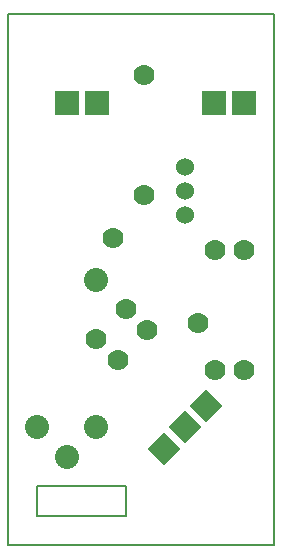
<source format=gbr>
G04 PROTEUS GERBER X2 FILE*
%TF.GenerationSoftware,Labcenter,Proteus,8.12-SP0-Build30713*%
%TF.CreationDate,2023-05-14T03:14:54+00:00*%
%TF.FileFunction,Copper,L1,Top*%
%TF.FilePolarity,Positive*%
%TF.Part,Single*%
%TF.SameCoordinates,{c0eacf68-35c9-4941-82e1-425e7bc03e7b}*%
%FSLAX45Y45*%
%MOMM*%
G01*
%TA.AperFunction,ComponentPad*%
%ADD10C,1.778000*%
%ADD11R,2.032000X2.032000*%
%TA.AperFunction,ComponentPad*%
%ADD12C,2.032000*%
%TA.AperFunction,ComponentPad*%
%ADD13C,1.524000*%
%AMPPAD004*
4,1,4,
1.436840,0.000000,
0.000000,-1.436840,
-1.436840,0.000000,
0.000000,1.436840,
1.436840,0.000000,
0*%
%ADD14PPAD004*%
%TA.AperFunction,Profile*%
%ADD15C,0.203200*%
%TD.AperFunction*%
D10*
X-1359210Y+2601210D03*
X-640789Y+1882789D03*
D11*
X-1750000Y+3750000D03*
X-1496000Y+3750000D03*
D12*
X-1500000Y+1000000D03*
X-1750000Y+750000D03*
X-2000000Y+1000000D03*
D11*
X-250000Y+3750000D03*
X-504000Y+3750000D03*
D13*
X-750000Y+2796800D03*
X-750000Y+3000000D03*
X-750000Y+3203200D03*
D10*
X-250000Y+2500000D03*
X-250000Y+1484000D03*
X-1100000Y+3984000D03*
X-1100000Y+2968000D03*
X-500000Y+2500000D03*
X-500000Y+1484000D03*
D14*
X-570395Y+1179605D03*
X-750000Y+1000000D03*
X-929606Y+820395D03*
D10*
X-1320395Y+1570395D03*
X-1500000Y+1750000D03*
X-1070395Y+1820395D03*
X-1250000Y+2000000D03*
D12*
X-1500000Y+2250000D03*
D15*
X-1000000Y+4500000D02*
X-1750000Y+4500000D01*
X-2000000Y+4500000D01*
X-1000000Y+4500000D02*
X+0Y+4500000D01*
X+0Y+0D02*
X+0Y+4500000D01*
X-1000000Y+0D02*
X+0Y+0D01*
X-1000000Y+0D02*
X-2000000Y+0D01*
X-2250000Y+0D02*
X-2250000Y+4500000D01*
X-2000000Y+4500000D01*
X-1250000Y+500000D02*
X-1750000Y+500000D01*
X-1750000Y+250000D02*
X-1250000Y+250000D01*
X-1750000Y+500000D02*
X-2000000Y+500000D01*
X-2000000Y+250000D01*
X-1750000Y+250000D01*
X-2250000Y+0D02*
X-2000000Y+0D01*
X-1250000Y+500000D02*
X-1250000Y+250000D01*
M02*

</source>
